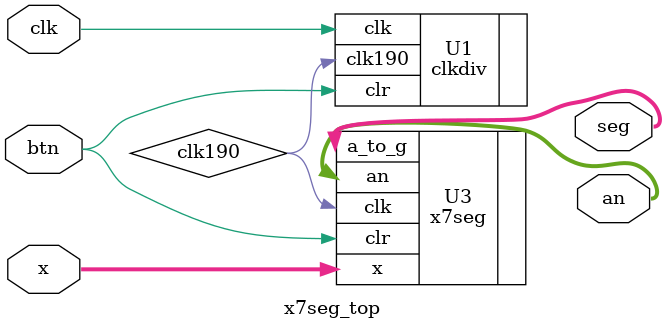
<source format=v>
`timescale 1ns / 1ps


module x7seg_top (
						input wire clk,
						input wire [3:3] btn,
						input wire [7:0] x,
						output wire [3:0] an,
						output wire [6:0] seg
					  );
					  
	wire clk190;
	
	clkdiv U1
				( 
				.clk190(clk190),
				.clr(btn[3]),
				.clk(clk)
				);
	
	x7seg U3
				( 
				.a_to_g(seg),
				.an(an),
				.clk(clk190),
				.clr(btn[3]),
				.x(x)
				);

endmodule

</source>
